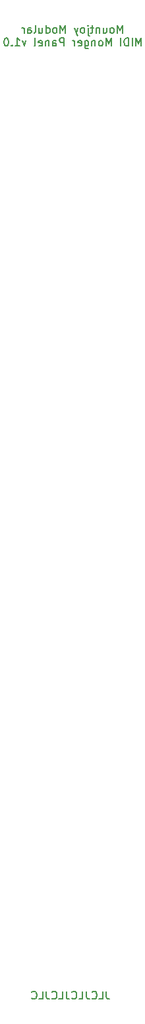
<source format=gbr>
G04 #@! TF.GenerationSoftware,KiCad,Pcbnew,(5.1.4)-1*
G04 #@! TF.CreationDate,2019-11-26T14:43:03+00:00*
G04 #@! TF.ProjectId,MidiMonger_panel,4d696469-4d6f-46e6-9765-725f70616e65,rev?*
G04 #@! TF.SameCoordinates,Original*
G04 #@! TF.FileFunction,Legend,Bot*
G04 #@! TF.FilePolarity,Positive*
%FSLAX46Y46*%
G04 Gerber Fmt 4.6, Leading zero omitted, Abs format (unit mm)*
G04 Created by KiCad (PCBNEW (5.1.4)-1) date 2019-11-26 14:43:03*
%MOMM*%
%LPD*%
G04 APERTURE LIST*
%ADD10C,0.150000*%
G04 APERTURE END LIST*
D10*
X122580952Y-33427380D02*
X122580952Y-32427380D01*
X122247619Y-33141666D01*
X121914285Y-32427380D01*
X121914285Y-33427380D01*
X121295238Y-33427380D02*
X121390476Y-33379761D01*
X121438095Y-33332142D01*
X121485714Y-33236904D01*
X121485714Y-32951190D01*
X121438095Y-32855952D01*
X121390476Y-32808333D01*
X121295238Y-32760714D01*
X121152380Y-32760714D01*
X121057142Y-32808333D01*
X121009523Y-32855952D01*
X120961904Y-32951190D01*
X120961904Y-33236904D01*
X121009523Y-33332142D01*
X121057142Y-33379761D01*
X121152380Y-33427380D01*
X121295238Y-33427380D01*
X120104761Y-32760714D02*
X120104761Y-33427380D01*
X120533333Y-32760714D02*
X120533333Y-33284523D01*
X120485714Y-33379761D01*
X120390476Y-33427380D01*
X120247619Y-33427380D01*
X120152380Y-33379761D01*
X120104761Y-33332142D01*
X119628571Y-32760714D02*
X119628571Y-33427380D01*
X119628571Y-32855952D02*
X119580952Y-32808333D01*
X119485714Y-32760714D01*
X119342857Y-32760714D01*
X119247619Y-32808333D01*
X119200000Y-32903571D01*
X119200000Y-33427380D01*
X118866666Y-32760714D02*
X118485714Y-32760714D01*
X118723809Y-32427380D02*
X118723809Y-33284523D01*
X118676190Y-33379761D01*
X118580952Y-33427380D01*
X118485714Y-33427380D01*
X118152380Y-32760714D02*
X118152380Y-33617857D01*
X118200000Y-33713095D01*
X118295238Y-33760714D01*
X118342857Y-33760714D01*
X118152380Y-32427380D02*
X118200000Y-32475000D01*
X118152380Y-32522619D01*
X118104761Y-32475000D01*
X118152380Y-32427380D01*
X118152380Y-32522619D01*
X117533333Y-33427380D02*
X117628571Y-33379761D01*
X117676190Y-33332142D01*
X117723809Y-33236904D01*
X117723809Y-32951190D01*
X117676190Y-32855952D01*
X117628571Y-32808333D01*
X117533333Y-32760714D01*
X117390476Y-32760714D01*
X117295238Y-32808333D01*
X117247619Y-32855952D01*
X117200000Y-32951190D01*
X117200000Y-33236904D01*
X117247619Y-33332142D01*
X117295238Y-33379761D01*
X117390476Y-33427380D01*
X117533333Y-33427380D01*
X116866666Y-32760714D02*
X116628571Y-33427380D01*
X116390476Y-32760714D02*
X116628571Y-33427380D01*
X116723809Y-33665476D01*
X116771428Y-33713095D01*
X116866666Y-33760714D01*
X115247619Y-33427380D02*
X115247619Y-32427380D01*
X114914285Y-33141666D01*
X114580952Y-32427380D01*
X114580952Y-33427380D01*
X113961904Y-33427380D02*
X114057142Y-33379761D01*
X114104761Y-33332142D01*
X114152380Y-33236904D01*
X114152380Y-32951190D01*
X114104761Y-32855952D01*
X114057142Y-32808333D01*
X113961904Y-32760714D01*
X113819047Y-32760714D01*
X113723809Y-32808333D01*
X113676190Y-32855952D01*
X113628571Y-32951190D01*
X113628571Y-33236904D01*
X113676190Y-33332142D01*
X113723809Y-33379761D01*
X113819047Y-33427380D01*
X113961904Y-33427380D01*
X112771428Y-33427380D02*
X112771428Y-32427380D01*
X112771428Y-33379761D02*
X112866666Y-33427380D01*
X113057142Y-33427380D01*
X113152380Y-33379761D01*
X113200000Y-33332142D01*
X113247619Y-33236904D01*
X113247619Y-32951190D01*
X113200000Y-32855952D01*
X113152380Y-32808333D01*
X113057142Y-32760714D01*
X112866666Y-32760714D01*
X112771428Y-32808333D01*
X111866666Y-32760714D02*
X111866666Y-33427380D01*
X112295238Y-32760714D02*
X112295238Y-33284523D01*
X112247619Y-33379761D01*
X112152380Y-33427380D01*
X112009523Y-33427380D01*
X111914285Y-33379761D01*
X111866666Y-33332142D01*
X111247619Y-33427380D02*
X111342857Y-33379761D01*
X111390476Y-33284523D01*
X111390476Y-32427380D01*
X110438095Y-33427380D02*
X110438095Y-32903571D01*
X110485714Y-32808333D01*
X110580952Y-32760714D01*
X110771428Y-32760714D01*
X110866666Y-32808333D01*
X110438095Y-33379761D02*
X110533333Y-33427380D01*
X110771428Y-33427380D01*
X110866666Y-33379761D01*
X110914285Y-33284523D01*
X110914285Y-33189285D01*
X110866666Y-33094047D01*
X110771428Y-33046428D01*
X110533333Y-33046428D01*
X110438095Y-32998809D01*
X109961904Y-33427380D02*
X109961904Y-32760714D01*
X109961904Y-32951190D02*
X109914285Y-32855952D01*
X109866666Y-32808333D01*
X109771428Y-32760714D01*
X109676190Y-32760714D01*
X124985714Y-35077380D02*
X124985714Y-34077380D01*
X124652380Y-34791666D01*
X124319047Y-34077380D01*
X124319047Y-35077380D01*
X123842857Y-35077380D02*
X123842857Y-34077380D01*
X123366666Y-35077380D02*
X123366666Y-34077380D01*
X123128571Y-34077380D01*
X122985714Y-34125000D01*
X122890476Y-34220238D01*
X122842857Y-34315476D01*
X122795238Y-34505952D01*
X122795238Y-34648809D01*
X122842857Y-34839285D01*
X122890476Y-34934523D01*
X122985714Y-35029761D01*
X123128571Y-35077380D01*
X123366666Y-35077380D01*
X122366666Y-35077380D02*
X122366666Y-34077380D01*
X121128571Y-35077380D02*
X121128571Y-34077380D01*
X120795238Y-34791666D01*
X120461904Y-34077380D01*
X120461904Y-35077380D01*
X119842857Y-35077380D02*
X119938095Y-35029761D01*
X119985714Y-34982142D01*
X120033333Y-34886904D01*
X120033333Y-34601190D01*
X119985714Y-34505952D01*
X119938095Y-34458333D01*
X119842857Y-34410714D01*
X119700000Y-34410714D01*
X119604761Y-34458333D01*
X119557142Y-34505952D01*
X119509523Y-34601190D01*
X119509523Y-34886904D01*
X119557142Y-34982142D01*
X119604761Y-35029761D01*
X119700000Y-35077380D01*
X119842857Y-35077380D01*
X119080952Y-34410714D02*
X119080952Y-35077380D01*
X119080952Y-34505952D02*
X119033333Y-34458333D01*
X118938095Y-34410714D01*
X118795238Y-34410714D01*
X118700000Y-34458333D01*
X118652380Y-34553571D01*
X118652380Y-35077380D01*
X117747619Y-34410714D02*
X117747619Y-35220238D01*
X117795238Y-35315476D01*
X117842857Y-35363095D01*
X117938095Y-35410714D01*
X118080952Y-35410714D01*
X118176190Y-35363095D01*
X117747619Y-35029761D02*
X117842857Y-35077380D01*
X118033333Y-35077380D01*
X118128571Y-35029761D01*
X118176190Y-34982142D01*
X118223809Y-34886904D01*
X118223809Y-34601190D01*
X118176190Y-34505952D01*
X118128571Y-34458333D01*
X118033333Y-34410714D01*
X117842857Y-34410714D01*
X117747619Y-34458333D01*
X116890476Y-35029761D02*
X116985714Y-35077380D01*
X117176190Y-35077380D01*
X117271428Y-35029761D01*
X117319047Y-34934523D01*
X117319047Y-34553571D01*
X117271428Y-34458333D01*
X117176190Y-34410714D01*
X116985714Y-34410714D01*
X116890476Y-34458333D01*
X116842857Y-34553571D01*
X116842857Y-34648809D01*
X117319047Y-34744047D01*
X116414285Y-35077380D02*
X116414285Y-34410714D01*
X116414285Y-34601190D02*
X116366666Y-34505952D01*
X116319047Y-34458333D01*
X116223809Y-34410714D01*
X116128571Y-34410714D01*
X115033333Y-35077380D02*
X115033333Y-34077380D01*
X114652380Y-34077380D01*
X114557142Y-34125000D01*
X114509523Y-34172619D01*
X114461904Y-34267857D01*
X114461904Y-34410714D01*
X114509523Y-34505952D01*
X114557142Y-34553571D01*
X114652380Y-34601190D01*
X115033333Y-34601190D01*
X113604761Y-35077380D02*
X113604761Y-34553571D01*
X113652380Y-34458333D01*
X113747619Y-34410714D01*
X113938095Y-34410714D01*
X114033333Y-34458333D01*
X113604761Y-35029761D02*
X113700000Y-35077380D01*
X113938095Y-35077380D01*
X114033333Y-35029761D01*
X114080952Y-34934523D01*
X114080952Y-34839285D01*
X114033333Y-34744047D01*
X113938095Y-34696428D01*
X113700000Y-34696428D01*
X113604761Y-34648809D01*
X113128571Y-34410714D02*
X113128571Y-35077380D01*
X113128571Y-34505952D02*
X113080952Y-34458333D01*
X112985714Y-34410714D01*
X112842857Y-34410714D01*
X112747619Y-34458333D01*
X112700000Y-34553571D01*
X112700000Y-35077380D01*
X111842857Y-35029761D02*
X111938095Y-35077380D01*
X112128571Y-35077380D01*
X112223809Y-35029761D01*
X112271428Y-34934523D01*
X112271428Y-34553571D01*
X112223809Y-34458333D01*
X112128571Y-34410714D01*
X111938095Y-34410714D01*
X111842857Y-34458333D01*
X111795238Y-34553571D01*
X111795238Y-34648809D01*
X112271428Y-34744047D01*
X111223809Y-35077380D02*
X111319047Y-35029761D01*
X111366666Y-34934523D01*
X111366666Y-34077380D01*
X110176190Y-34410714D02*
X109938095Y-35077380D01*
X109700000Y-34410714D01*
X108795238Y-35077380D02*
X109366666Y-35077380D01*
X109080952Y-35077380D02*
X109080952Y-34077380D01*
X109176190Y-34220238D01*
X109271428Y-34315476D01*
X109366666Y-34363095D01*
X108366666Y-34982142D02*
X108319047Y-35029761D01*
X108366666Y-35077380D01*
X108414285Y-35029761D01*
X108366666Y-34982142D01*
X108366666Y-35077380D01*
X107700000Y-34077380D02*
X107604761Y-34077380D01*
X107509523Y-34125000D01*
X107461904Y-34172619D01*
X107414285Y-34267857D01*
X107366666Y-34458333D01*
X107366666Y-34696428D01*
X107414285Y-34886904D01*
X107461904Y-34982142D01*
X107509523Y-35029761D01*
X107604761Y-35077380D01*
X107700000Y-35077380D01*
X107795238Y-35029761D01*
X107842857Y-34982142D01*
X107890476Y-34886904D01*
X107938095Y-34696428D01*
X107938095Y-34458333D01*
X107890476Y-34267857D01*
X107842857Y-34172619D01*
X107795238Y-34125000D01*
X107700000Y-34077380D01*
X120519047Y-155752380D02*
X120519047Y-156466666D01*
X120566666Y-156609523D01*
X120661904Y-156704761D01*
X120804761Y-156752380D01*
X120900000Y-156752380D01*
X119566666Y-156752380D02*
X120042857Y-156752380D01*
X120042857Y-155752380D01*
X118661904Y-156657142D02*
X118709523Y-156704761D01*
X118852380Y-156752380D01*
X118947619Y-156752380D01*
X119090476Y-156704761D01*
X119185714Y-156609523D01*
X119233333Y-156514285D01*
X119280952Y-156323809D01*
X119280952Y-156180952D01*
X119233333Y-155990476D01*
X119185714Y-155895238D01*
X119090476Y-155800000D01*
X118947619Y-155752380D01*
X118852380Y-155752380D01*
X118709523Y-155800000D01*
X118661904Y-155847619D01*
X117947619Y-155752380D02*
X117947619Y-156466666D01*
X117995238Y-156609523D01*
X118090476Y-156704761D01*
X118233333Y-156752380D01*
X118328571Y-156752380D01*
X116995238Y-156752380D02*
X117471428Y-156752380D01*
X117471428Y-155752380D01*
X116090476Y-156657142D02*
X116138095Y-156704761D01*
X116280952Y-156752380D01*
X116376190Y-156752380D01*
X116519047Y-156704761D01*
X116614285Y-156609523D01*
X116661904Y-156514285D01*
X116709523Y-156323809D01*
X116709523Y-156180952D01*
X116661904Y-155990476D01*
X116614285Y-155895238D01*
X116519047Y-155800000D01*
X116376190Y-155752380D01*
X116280952Y-155752380D01*
X116138095Y-155800000D01*
X116090476Y-155847619D01*
X115376190Y-155752380D02*
X115376190Y-156466666D01*
X115423809Y-156609523D01*
X115519047Y-156704761D01*
X115661904Y-156752380D01*
X115757142Y-156752380D01*
X114423809Y-156752380D02*
X114900000Y-156752380D01*
X114900000Y-155752380D01*
X113519047Y-156657142D02*
X113566666Y-156704761D01*
X113709523Y-156752380D01*
X113804761Y-156752380D01*
X113947619Y-156704761D01*
X114042857Y-156609523D01*
X114090476Y-156514285D01*
X114138095Y-156323809D01*
X114138095Y-156180952D01*
X114090476Y-155990476D01*
X114042857Y-155895238D01*
X113947619Y-155800000D01*
X113804761Y-155752380D01*
X113709523Y-155752380D01*
X113566666Y-155800000D01*
X113519047Y-155847619D01*
X112804761Y-155752380D02*
X112804761Y-156466666D01*
X112852380Y-156609523D01*
X112947619Y-156704761D01*
X113090476Y-156752380D01*
X113185714Y-156752380D01*
X111852380Y-156752380D02*
X112328571Y-156752380D01*
X112328571Y-155752380D01*
X110947619Y-156657142D02*
X110995238Y-156704761D01*
X111138095Y-156752380D01*
X111233333Y-156752380D01*
X111376190Y-156704761D01*
X111471428Y-156609523D01*
X111519047Y-156514285D01*
X111566666Y-156323809D01*
X111566666Y-156180952D01*
X111519047Y-155990476D01*
X111471428Y-155895238D01*
X111376190Y-155800000D01*
X111233333Y-155752380D01*
X111138095Y-155752380D01*
X110995238Y-155800000D01*
X110947619Y-155847619D01*
M02*

</source>
